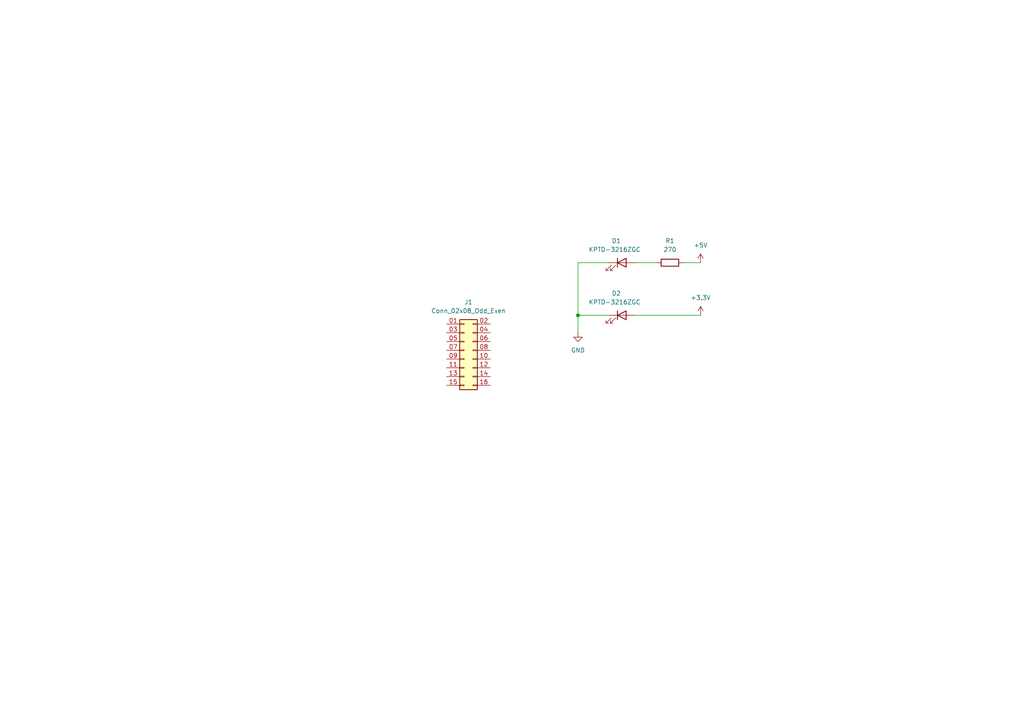
<source format=kicad_sch>
(kicad_sch (version 20231120) (generator "eeschema") (generator_version "8.0")
  (paper "A4")
  (lib_symbols
    (symbol "NextPCB:Conn_02x08_pin" (pin_names (offset 1.016) hide)
      (property "Reference" "J" (at 1.27 10.16 0))
      (property "Value" "Conn_02x08_Odd_Even" (at 1.27 -12.7 0))
      (symbol "Conn_02x08_pin_1_1"
        (rectangle (start -1.27 -10.033) (end 0 -10.287) (stroke (width 0.1524)))
        (rectangle (start -1.27 -7.493) (end 0 -7.747) (stroke (width 0.1524)))
        (rectangle (start -1.27 -4.953) (end 0 -5.207) (stroke (width 0.1524)))
        (rectangle (start -1.27 -2.413) (end 0 -2.667) (stroke (width 0.1524)))
        (rectangle (start -1.27 0.127) (end 0 -0.127) (stroke (width 0.1524)))
        (rectangle (start -1.27 2.667) (end 0 2.413) (stroke (width 0.1524)))
        (rectangle (start -1.27 5.207) (end 0 4.953) (stroke (width 0.1524)))
        (rectangle (start -1.27 7.747) (end 0 7.493) (stroke (width 0.1524)))
        (rectangle (start -1.27 8.89) (end 3.81 -11.43) (stroke (width 0.254)) (fill (type background)))
        (rectangle (start 3.81 -10.033) (end 2.54 -10.287) (stroke (width 0.1524)))
        (rectangle (start 3.81 -7.493) (end 2.54 -7.747) (stroke (width 0.1524)))
        (rectangle (start 3.81 -4.953) (end 2.54 -5.207) (stroke (width 0.1524)))
        (rectangle (start 3.81 -2.413) (end 2.54 -2.667) (stroke (width 0.1524)))
        (rectangle (start 3.81 0.127) (end 2.54 -0.127) (stroke (width 0.1524)))
        (rectangle (start 3.81 2.667) (end 2.54 2.413) (stroke (width 0.1524)))
        (rectangle (start 3.81 5.207) (end 2.54 4.953) (stroke (width 0.1524)))
        (rectangle (start 3.81 7.747) (end 2.54 7.493) (stroke (width 0.1524)))
        (pin passive line (at -5.08 7.62 0) (length 3.81) (name "Pin_1") (number "01"))
        (pin passive line (at 7.62 7.62 180) (length 3.81) (name "Pin_2") (number "02"))
        (pin passive line (at -5.08 5.08 0) (length 3.81) (name "Pin_3") (number "03"))
        (pin passive line (at 7.62 5.08 180) (length 3.81) (name "Pin_4") (number "04"))
        (pin passive line (at -5.08 2.54 0) (length 3.81) (name "Pin_5") (number "05"))
        (pin passive line (at 7.62 2.54 180) (length 3.81) (name "Pin_6") (number "06"))
        (pin passive line (at -5.08 0 0) (length 3.81) (name "Pin_7") (number "07"))
        (pin passive line (at 7.62 0 180) (length 3.81) (name "Pin_8") (number "08"))
        (pin passive line (at -5.08 -2.54 0) (length 3.81) (name "Pin_9") (number "09"))
        (pin passive line (at 7.62 -2.54 180) (length 3.81) (name "Pin_10") (number "10"))
        (pin passive line (at -5.08 -5.08 0) (length 3.81) (name "Pin_11") (number "11"))
        (pin passive line (at 7.62 -5.08 180) (length 3.81) (name "Pin_12") (number "12"))
        (pin passive line (at -5.08 -7.62 0) (length 3.81) (name "Pin_13") (number "13"))
        (pin passive line (at 7.62 -7.62 180) (length 3.81) (name "Pin_14") (number "14"))
        (pin passive line (at -5.08 -10.16 0) (length 3.81) (name "Pin_15") (number "15"))
        (pin passive line (at 7.62 -10.16 180) (length 3.81) (name "Pin_16") (number "16"))
      )
    )
    (symbol "NextPCB:LED_KPTD-3216ZGC" (pin_numbers hide) (pin_names (offset 1.016) hide)
      (property "Reference" "D" (at 0 2.54 0))
      (property "Value" "KPTD-3216ZGC " (at 0 -2.54 0))
      (symbol "LED_KPTD-3216ZGC_0_1"
        (polyline (pts (xy -1.27 -1.27) (xy -1.27 1.27)) (stroke (width 0.254)))
        (polyline (pts (xy -1.27 0) (xy 1.27 0)))
        (polyline (pts (xy 1.27 -1.27) (xy 1.27 1.27) (xy -1.27 0) (xy 1.27 -1.27)) (stroke (width 0.254)))
        (polyline (pts (xy -3.048 -0.762) (xy -4.572 -2.286) (xy -3.81 -2.286) (xy -4.572 -2.286) (xy -4.572 -1.524)))
        (polyline (pts (xy -1.778 -0.762) (xy -3.302 -2.286) (xy -2.54 -2.286) (xy -3.302 -2.286) (xy -3.302 -1.524)))
      )
      (symbol "LED_KPTD-3216ZGC_1_1"
        (pin passive line (at -3.81 0 0) (length 2.54) (name "K") (number "1"))
        (pin passive line (at 3.81 0 180) (length 2.54) (name "A") (number "2"))
      )
    )
    (symbol "NextPCB:R_270_0.25W" (pin_numbers hide) (pin_names (offset 0))
      (property "Reference" "R" (at 2.032 0 90))
      (property "Value" "270" (at 0 0 90))
      (symbol "R_270_0.25W_0_1"
        (rectangle (start -1.016 -2.54) (end 1.016 2.54) (stroke (width 0.254)))
      )
      (symbol "R_270_0.25W_1_1"
        (pin passive line (at 0 3.81 270) (length 1.27) (name "~") (number "1"))
        (pin passive line (at 0 -3.81 90) (length 1.27) (name "~") (number "2"))
      )
    )
    (symbol "power:+3.3V" (power) (pin_numbers hide) (pin_names (offset 0) hide)
      (property "Value" "+3.3V" (at 0 3.556 0))
      (symbol "+3.3V_0_1"
        (polyline (pts (xy -0.762 1.27) (xy 0 2.54)))
        (polyline (pts (xy 0 0) (xy 0 2.54)))
        (polyline (pts (xy 0 2.54) (xy 0.762 1.27)))
      )
      (symbol "+3.3V_1_1"
        (pin power_in line (at 0 0 90) (length 0) (name "~") (number "1"))
      )
    )
    (symbol "power:+5V" (power) (pin_numbers hide) (pin_names (offset 0) hide)
      (property "Value" "+5V" (at 0 3.556 0))
      (symbol "+5V_0_1"
        (polyline (pts (xy -0.762 1.27) (xy 0 2.54)))
        (polyline (pts (xy 0 0) (xy 0 2.54)))
        (polyline (pts (xy 0 2.54) (xy 0.762 1.27)))
      )
      (symbol "+5V_1_1"
        (pin power_in line (at 0 0 90) (length 0) (name "~") (number "1"))
      )
    )
    (symbol "power:GND" (power) (pin_numbers hide) (pin_names (offset 0) hide)
      (property "Value" "GND" (at 0 -3.81 0))
      (symbol "GND_0_1"
        (polyline (pts (xy 0 0) (xy 0 -1.27) (xy 1.27 -1.27) (xy 0 -2.54) (xy -1.27 -1.27) (xy 0 -1.27)))
      )
      (symbol "GND_1_1"
        (pin power_in line (at 0 0 270) (length 0) (name "~") (number "1"))
      )
    )
  )
  (junction (at 167.64 91.44))
  (wire (pts (xy 167.64 76.2) (xy 167.64 91.44)))
  (wire (pts (xy 184.15 76.2) (xy 190.5 76.2)))
  (wire (pts (xy 184.15 91.44) (xy 203.2 91.44)))
  (wire (pts (xy 176.53 76.2) (xy 167.64 76.2)))
  (wire (pts (xy 167.64 91.44) (xy 176.53 91.44)))
  (wire (pts (xy 167.64 91.44) (xy 167.64 96.52)))
  (wire (pts (xy 198.12 76.2) (xy 203.2 76.2)))
  (symbol (lib_id "power:GND") (at 167.64 96.52 0) (unit 1)
    (property "Reference" "#PWR02" (effects (hide yes)))
    (property "Value" "GND" (at 167.64 101.6 0))
    (property "Description" "Power symbol creates a global label with name \"GND\" , ground" (effects (hide yes)))
  )
  (symbol (lib_id "power:+3.3V") (at 203.2 91.44 0) (unit 1)
    (property "Reference" "#PWR03" (effects (hide yes)))
    (property "Value" "+3.3V" (at 203.2 86.36 0))
    (property "Description" "Power symbol creates a global label with name \"+3.3V\"" (effects (hide yes)))
  )
  (symbol (lib_id "NextPCB:Conn_02x08_pin") (at 134.62 101.6 0) (unit 1)
    (property "Reference" "J1" (at 135.89 87.63 0))
    (property "Value" "Conn_02x08_Odd_Even" (at 135.89 90.17 0))
    (property "Footprint" "NextPCB:Conn_02x08_pin" (effects (hide yes)))
    (property "Description" "Generic connector, double row, 02x08, odd/even pin numbering scheme (row 1 odd numbers, row 2 even numbers), script generated (kicad-library-utils/schlib/autogen/connector/)" (effects (hide yes)))
    (property "NextPCB_price" "0.09571" (effects (hide yes)))
    (property "NextPCB_url" "https://www.hqonline.com/product-detail/pin-headers-hctl-pz254-2-08-s-2500386589" (effects (hide yes)))
  )
  (symbol (lib_id "NextPCB:LED_KPTD-3216ZGC") (at 180.34 76.2 0) (unit 1)
    (property "Reference" "D1" (at 178.7525 69.85 0))
    (property "Value" "KPTD-3216ZGC " (at 178.7525 72.39 0))
    (property "Footprint" "NextPCB:LED_KPTD-3216ZGC" (effects (hide yes)))
    (property "Datasheet" "https://www.kingbright.com/content/listitem/psearch/170" (effects (hide yes)))
    (property "Description" "Light emitting diode" (effects (hide yes)))
    (property "Manufacturer" "Kingbright" (effects (hide yes)))
    (property "NextPCB_price" "0.39735" (effects (hide yes)))
    (property "NextPCB_url" "https://www.hqonline.com/product-detail/kingbright-kptd-3216zgc-1007375095" (effects (hide yes)))
  )
  (symbol (lib_id "power:+5V") (at 203.2 76.2 0) (unit 1)
    (property "Reference" "#PWR01" (effects (hide yes)))
    (property "Value" "+5V" (at 203.2 71.12 0))
    (property "Description" "Power symbol creates a global label with name \"+5V\"" (effects (hide yes)))
  )
  (symbol (lib_id "NextPCB:LED_KPTD-3216ZGC") (at 180.34 91.44 0) (unit 1)
    (property "Reference" "D2" (at 178.7525 85.09 0))
    (property "Value" "KPTD-3216ZGC " (at 178.7525 87.63 0))
    (property "Footprint" "NextPCB:LED_KPTD-3216ZGC" (effects (hide yes)))
    (property "Datasheet" "https://www.kingbright.com/content/listitem/psearch/170" (effects (hide yes)))
    (property "Description" "Light emitting diode" (effects (hide yes)))
    (property "Manufacturer" "Kingbright" (effects (hide yes)))
    (property "NextPCB_price" "0.39735" (effects (hide yes)))
    (property "NextPCB_url" "https://www.hqonline.com/product-detail/kingbright-kptd-3216zgc-1007375095" (effects (hide yes)))
  )
  (symbol (lib_id "NextPCB:R_270_0.25W") (at 194.31 76.2 90) (unit 1)
    (property "Reference" "R1" (at 194.31 69.85 90))
    (property "Value" "270" (at 194.31 72.39 90))
    (property "Footprint" "Resistor_SMD:R_1206_3216Metric_Pad1.30x1.75mm_HandSolder" (effects (hide yes)))
    (property "Datasheet" "https://www.hqonline.com/product-detail/chip-resistors-fojan-frc2512f1101ts-2500371841" (effects (hide yes)))
    (property "Description" "Resistor" (effects (hide yes)))
    (property "NextPCB_price" "0.00289" (effects (hide yes)))
    (property "NextPCB_url" "https://www.hqonline.com/product-detail/chip-resistors-ralec-rtt062700ftp-2500346938" (effects (hide yes)))
  )
)
</source>
